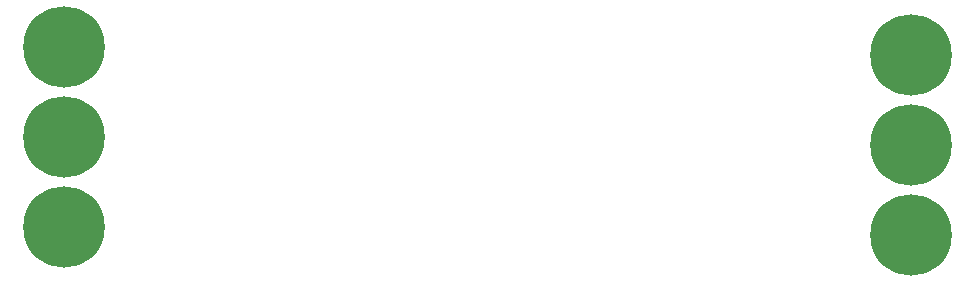
<source format=gbr>
G04 #@! TF.FileFunction,Soldermask,Bot*
%FSLAX46Y46*%
G04 Gerber Fmt 4.6, Leading zero omitted, Abs format (unit mm)*
G04 Created by KiCad (PCBNEW 4.0.5) date Monday, February 26, 2018 'PMt' 12:55:55 PM*
%MOMM*%
%LPD*%
G01*
G04 APERTURE LIST*
%ADD10C,0.100000*%
%ADD11C,6.900000*%
G04 APERTURE END LIST*
D10*
D11*
X163830000Y-108585000D03*
X163830000Y-100965000D03*
X163830000Y-93345000D03*
X235585000Y-109220000D03*
X235585000Y-101600000D03*
X235585000Y-93980000D03*
M02*

</source>
